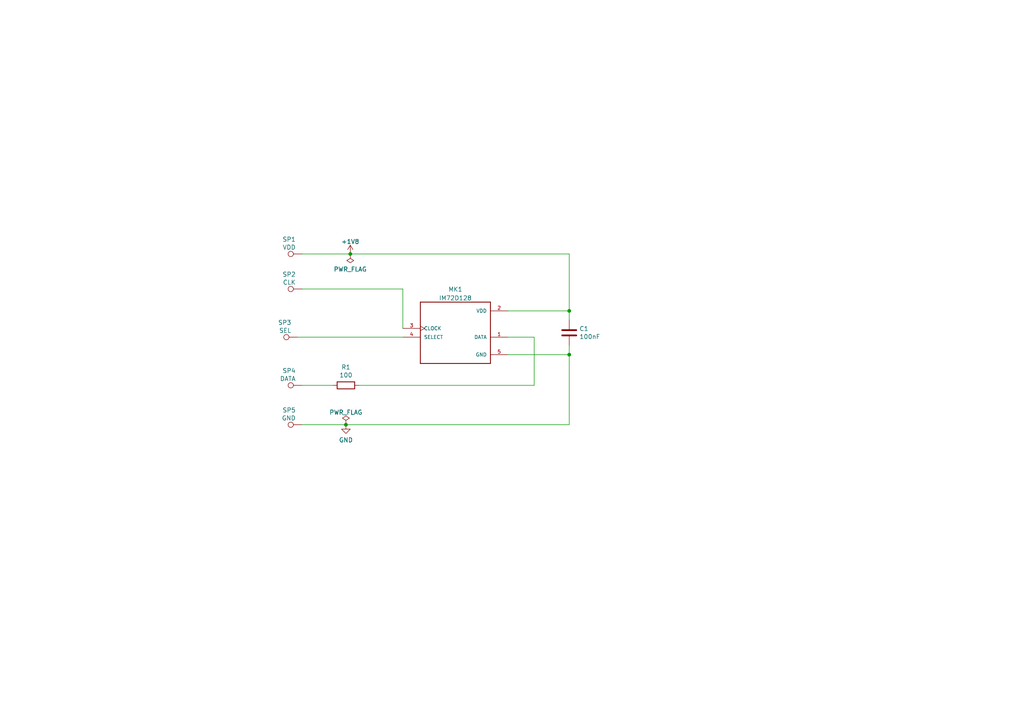
<source format=kicad_sch>
(kicad_sch (version 20211123) (generator eeschema)
  (paper "A4")
  (title_block (title "DNMS IM72D128") (date "2023-01-17") (rev "V1.0"))
  (lib_symbols
    (symbol "Connector:TestPoint" (pin_numbers hide) (pin_names (offset 0.762) hide)
      (property "Reference" "TP" (at 0 6.858 0))
      (property "Value" "TestPoint" (at 0 5.08 0))
      (symbol "TestPoint_0_1"
        (circle (center 0 3.302) (radius 0.762))
      )
      (symbol "TestPoint_1_1"
        (pin passive line (at 0 0 90) (length 2.54) (name "1") (number "1"))
      )
    )
    (symbol "Device:C" (pin_numbers hide) (pin_names (offset 0.254))
      (property "Reference" "C" (at 0.635 2.54 0))
      (property "Value" "C" (at 0.635 -2.54 0))
      (symbol "C_0_1"
        (polyline (pts (xy -2.032 -0.762) (xy 2.032 -0.762)) (stroke (width 0.508)))
        (polyline (pts (xy -2.032 0.762) (xy 2.032 0.762)) (stroke (width 0.508)))
      )
      (symbol "C_1_1"
        (pin passive line (at 0 3.81 270) (length 2.794) (name "~") (number "1"))
        (pin passive line (at 0 -3.81 90) (length 2.794) (name "~") (number "2"))
      )
    )
    (symbol "Device:R" (pin_numbers hide) (pin_names (offset 0))
      (property "Reference" "R" (at 2.032 0 90))
      (property "Value" "R" (at 0 0 90))
      (symbol "R_0_1"
        (rectangle (start -1.016 -2.54) (end 1.016 2.54) (stroke (width 0.254)))
      )
      (symbol "R_1_1"
        (pin passive line (at 0 3.81 270) (length 1.27) (name "~") (number "1"))
        (pin passive line (at 0 -3.81 90) (length 1.27) (name "~") (number "2"))
      )
    )
    (symbol "IM72D128_1" (pin_names (offset 1.016))
      (property "Reference" "MK" (at -10.16 10.795 0))
      (property "Value" "IM72D128_1" (at -10.16 -10.16 0))
      (symbol "IM72D128_1_0_0"
        (polyline (pts (xy -10.16 -7.62) (xy -10.16 10.16)) (stroke (width 0.254)))
        (polyline (pts (xy -10.16 10.16) (xy 10.16 10.16)) (stroke (width 0.254)))
        (polyline (pts (xy 10.16 -7.62) (xy -10.16 -7.62)) (stroke (width 0.254)))
        (polyline (pts (xy 10.16 10.16) (xy 10.16 -7.62)) (stroke (width 0.254)))
        (pin output line (at 15.24 0 180) (length 5.08) (name "DATA") (number "1"))
        (pin power_in line (at 15.24 7.62 180) (length 5.08) (name "VDD") (number "2"))
        (pin input clock (at -15.24 2.54 0) (length 5.08) (name "CLOCK") (number "3"))
        (pin input line (at -15.24 0 0) (length 5.08) (name "SELECT") (number "4"))
        (pin power_in line (at 15.24 -5.08 180) (length 5.08) (name "GND") (number "5"))
      )
    )
    (symbol "TestPoint_1" (pin_numbers hide) (pin_names (offset 0.762) hide)
      (property "Reference" "TP" (at 0 6.858 0))
      (property "Value" "TestPoint_1" (at 0 5.08 0))
      (symbol "TestPoint_1_0_1"
        (circle (center 0 3.302) (radius 0.762))
      )
      (symbol "TestPoint_1_1_1"
        (pin passive line (at 0 0 90) (length 2.54) (name "1") (number "1"))
      )
    )
    (symbol "TestPoint_2" (pin_numbers hide) (pin_names (offset 0.762) hide)
      (property "Reference" "TP" (at 0 6.858 0))
      (property "Value" "TestPoint_2" (at 0 5.08 0))
      (symbol "TestPoint_2_0_1"
        (circle (center 0 3.302) (radius 0.762))
      )
      (symbol "TestPoint_2_1_1"
        (pin passive line (at 0 0 90) (length 2.54) (name "1") (number "1"))
      )
    )
    (symbol "TestPoint_3" (pin_numbers hide) (pin_names (offset 0.762) hide)
      (property "Reference" "TP" (at 0 6.858 0))
      (property "Value" "TestPoint_3" (at 0 5.08 0))
      (symbol "TestPoint_3_0_1"
        (circle (center 0 3.302) (radius 0.762))
      )
      (symbol "TestPoint_3_1_1"
        (pin passive line (at 0 0 90) (length 2.54) (name "1") (number "1"))
      )
    )
    (symbol "power:+1V8" (power) (pin_names (offset 0))
      (property "Value" "+1V8" (at 0 3.556 0))
      (symbol "+1V8_0_1"
        (polyline (pts (xy -0.762 1.27) (xy 0 2.54)))
        (polyline (pts (xy 0 0) (xy 0 2.54)))
        (polyline (pts (xy 0 2.54) (xy 0.762 1.27)))
      )
      (symbol "+1V8_1_1"
        (pin power_in line (at 0 0 90) (length 0) hide (name "+1V8") (number "1"))
      )
    )
    (symbol "power:GND" (power) (pin_names (offset 0))
      (property "Value" "GND" (at 0 -3.81 0))
      (symbol "GND_0_1"
        (polyline (pts (xy 0 0) (xy 0 -1.27) (xy 1.27 -1.27) (xy 0 -2.54) (xy -1.27 -1.27) (xy 0 -1.27)))
      )
      (symbol "GND_1_1"
        (pin power_in line (at 0 0 270) (length 0) hide (name "GND") (number "1"))
      )
    )
    (symbol "power:PWR_FLAG" (power) (pin_numbers hide) (pin_names (offset 0) hide)
      (property "Value" "PWR_FLAG" (at 0 3.81 0))
      (symbol "PWR_FLAG_0_0"
        (pin power_out line (at 0 0 90) (length 0) (name "pwr") (number "1"))
      )
      (symbol "PWR_FLAG_0_1"
        (polyline (pts (xy 0 0) (xy 0 1.27) (xy -1.016 1.905) (xy 0 2.54) (xy 1.016 1.905) (xy 0 1.27)))
      )
    )
  )
  (junction (at 100.33 123.19))
  (junction (at 165.1 90.17))
  (junction (at 165.1 102.87))
  (junction (at 101.6 73.66))
  (wire (pts (xy 165.1 102.87) (xy 165.1 123.19)))
  (wire (pts (xy 100.33 123.19) (xy 165.1 123.19)))
  (wire (pts (xy 104.14 111.76) (xy 154.94 111.76)))
  (wire (pts (xy 154.94 97.79) (xy 147.32 97.79)))
  (wire (pts (xy 87.63 83.82) (xy 116.84 83.82)))
  (wire (pts (xy 165.1 100.33) (xy 165.1 102.87)))
  (wire (pts (xy 86.36 97.79) (xy 116.84 97.79)))
  (wire (pts (xy 147.32 90.17) (xy 165.1 90.17)))
  (wire (pts (xy 87.63 123.19) (xy 100.33 123.19)))
  (wire (pts (xy 165.1 92.71) (xy 165.1 90.17)))
  (wire (pts (xy 165.1 102.87) (xy 147.32 102.87)))
  (wire (pts (xy 87.63 111.76) (xy 96.52 111.76)))
  (wire (pts (xy 87.63 73.66) (xy 101.6 73.66)))
  (wire (pts (xy 165.1 73.66) (xy 165.1 90.17)))
  (wire (pts (xy 154.94 111.76) (xy 154.94 97.79)))
  (wire (pts (xy 101.6 73.66) (xy 165.1 73.66)))
  (wire (pts (xy 116.84 83.82) (xy 116.84 95.25)))
  (symbol (lib_id "Device:C") (at 165.1 96.52 0) (unit 1)
    (property "Reference" "C1" (at 168.021 95.3516 0) (effects (justify left)))
    (property "Value" "100nF" (at 168.021 97.663 0) (effects (justify left)))
    (property "Footprint" "Capacitor_SMD:C_0603_1608Metric" (effects hide))
  )
  (symbol (lib_id "Connector:TestPoint") (at 87.63 73.66 90) (unit 1)
    (property "Reference" "SP1" (at 85.8012 68.707 90) (effects (justify left bottom)))
    (property "Value" "VDD" (at 85.8012 71.0184 90) (effects (justify left bottom)))
    (property "Footprint" "Solder_Pad:Solder_Pad_1.0x1.0mm" (effects hide))
  )
  (symbol (lib_name "TestPoint_3") (lib_id "Connector:TestPoint") (at 87.63 83.82 90) (unit 1)
    (property "Reference" "SP2" (at 85.8012 78.867 90) (effects (justify left bottom)))
    (property "Value" "CLK" (at 85.8012 81.1784 90) (effects (justify left bottom)))
    (property "Footprint" "Solder_Pad:Solder_Pad_1.0x1.0mm" (effects hide))
  )
  (symbol (lib_name "TestPoint_1") (lib_id "Connector:TestPoint") (at 87.63 111.76 90) (unit 1)
    (property "Reference" "SP4" (at 85.8012 106.807 90) (effects (justify left bottom)))
    (property "Value" "DATA" (at 85.8012 109.1184 90) (effects (justify left bottom)))
    (property "Footprint" "Solder_Pad:Solder_Pad_1.0x1.0mm" (effects hide))
  )
  (symbol (lib_id "Connector:TestPoint") (at 87.63 123.19 90) (unit 1)
    (property "Reference" "SP5" (at 85.8012 118.237 90) (effects (justify left bottom)))
    (property "Value" "GND" (at 85.8012 120.5484 90) (effects (justify left bottom)))
    (property "Footprint" "Solder_Pad:Solder_Pad_1.0x1.0mm" (effects hide))
  )
  (symbol (lib_id "Device:R") (at 100.33 111.76 90) (unit 1)
    (property "Reference" "R1" (at 100.33 106.5022 90))
    (property "Value" "100" (at 100.33 108.8136 90))
    (property "Footprint" "Resistor_SMD:R_0603_1608Metric" (effects hide))
  )
  (symbol (lib_name "TestPoint_2") (lib_id "Connector:TestPoint") (at 86.36 97.79 90) (unit 1)
    (property "Reference" "SP3" (at 84.5312 92.837 90) (effects (justify left bottom)))
    (property "Value" "SEL" (at 84.5312 95.1484 90) (effects (justify left bottom)))
    (property "Footprint" "Solder_Pad:Solder_Pad_1.0x1.0mm" (effects hide))
  )
  (symbol (lib_id "power:PWR_FLAG") (at 101.6 73.66 180) (unit 1)
    (property "Reference" "#FLG02" (effects hide))
    (property "Value" "PWR_FLAG" (at 101.6 78.1034 0))
  )
  (symbol (lib_id "power:+1V8") (at 101.6 73.66 0) (unit 1)
    (property "Reference" "#PWR02" (effects hide))
    (property "Value" "+1V8" (at 101.6 70.0842 0))
  )
  (symbol (lib_id "power:PWR_FLAG") (at 100.33 123.19 0) (unit 1)
    (property "Reference" "#FLG01" (effects hide))
    (property "Value" "PWR_FLAG" (at 100.33 119.6142 0))
  )
  (symbol (lib_name "IM72D128_1") (lib_id "IM72D128:IM72D128") (at 132.08 97.79 0) (unit 1)
    (property "Reference" "MK1" (at 132.08 83.9302 0))
    (property "Value" "IM72D128" (at 132.08 86.4671 0))
    (property "Footprint" "IM72D128:MIC_IM72D128" (effects hide))
    (property "Datasheet" "Infineon" (effects hide))
    (property "Field4" "1.0" (effects hide))
    (property "Field5" "Manufacturer Recommendations" (effects hide))
  )
  (symbol (lib_id "power:GND") (at 100.33 123.19 0) (unit 1)
    (property "Reference" "#PWR01" (effects hide))
    (property "Value" "GND" (at 100.33 127.6334 0))
  )
)
</source>
